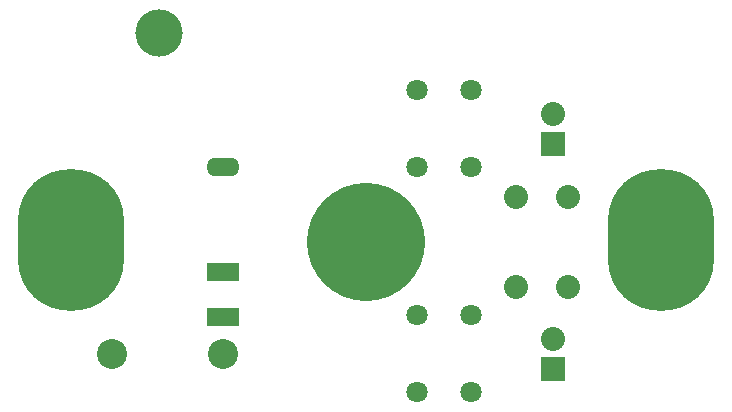
<source format=gbr>
%TF.GenerationSoftware,KiCad,Pcbnew,(6.0.6)*%
%TF.CreationDate,2023-01-22T12:29:42+00:00*%
%TF.ProjectId,SolderSolar,536f6c64-6572-4536-9f6c-61722e6b6963,rev?*%
%TF.SameCoordinates,PX6350ce0PY463f660*%
%TF.FileFunction,Soldermask,Top*%
%TF.FilePolarity,Negative*%
%FSLAX46Y46*%
G04 Gerber Fmt 4.6, Leading zero omitted, Abs format (unit mm)*
G04 Created by KiCad (PCBNEW (6.0.6)) date 2023-01-22 12:29:42*
%MOMM*%
%LPD*%
G01*
G04 APERTURE LIST*
%ADD10R,2.800000X1.600000*%
%ADD11O,2.800000X1.600000*%
%ADD12C,2.540000*%
%ADD13C,2.032000*%
%ADD14C,1.800000*%
%ADD15C,10.010000*%
%ADD16R,2.032000X2.032000*%
%ADD17C,4.000000*%
%ADD18O,9.000000X12.000000*%
G04 APERTURE END LIST*
D10*
%TO.C,C1*%
X13335000Y12700000D03*
D11*
X13335000Y21590000D03*
D10*
X13335000Y8890000D03*
%TD*%
D12*
%TO.C,D1*%
X13335000Y5715000D03*
X3937000Y5715000D03*
%TD*%
D13*
%TO.C,R1*%
X42545000Y19050000D03*
X42545000Y11430000D03*
%TD*%
%TO.C,R2*%
X38100000Y19050000D03*
X38100000Y11430000D03*
%TD*%
D14*
%TO.C,SW1*%
X29790000Y21590000D03*
X34290000Y21590000D03*
X29790000Y28090000D03*
X34290000Y28090000D03*
%TD*%
%TO.C,SW2*%
X29790000Y2540000D03*
X34290000Y2540000D03*
X29790000Y9040000D03*
X34290000Y9040000D03*
%TD*%
D15*
%TO.C,P2*%
X25400000Y15240000D03*
%TD*%
D16*
%TO.C,D2*%
X41275000Y23495000D03*
D13*
X41275000Y26035000D03*
%TD*%
D16*
%TO.C,D3*%
X41275000Y4445000D03*
D13*
X41275000Y6985000D03*
%TD*%
D17*
%TO.C,SC1*%
X7919000Y32881000D03*
D18*
X419000Y15381000D03*
X50419000Y15381000D03*
%TD*%
M02*

</source>
